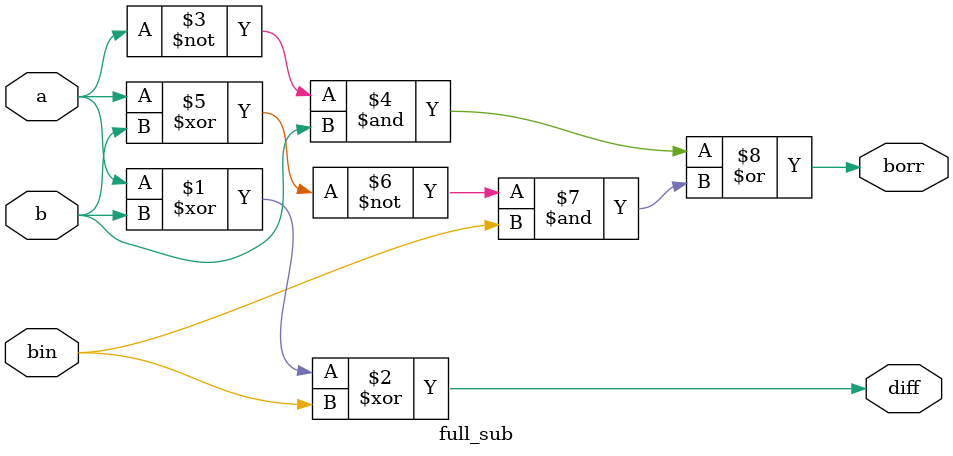
<source format=v>
module  full_sub 
  (input a,b,bin,output diff,borr);
  assign diff=a^b^bin;
  assign borr=((~a)&b)|((~(a^b))&bin) ;
endmodule

</source>
